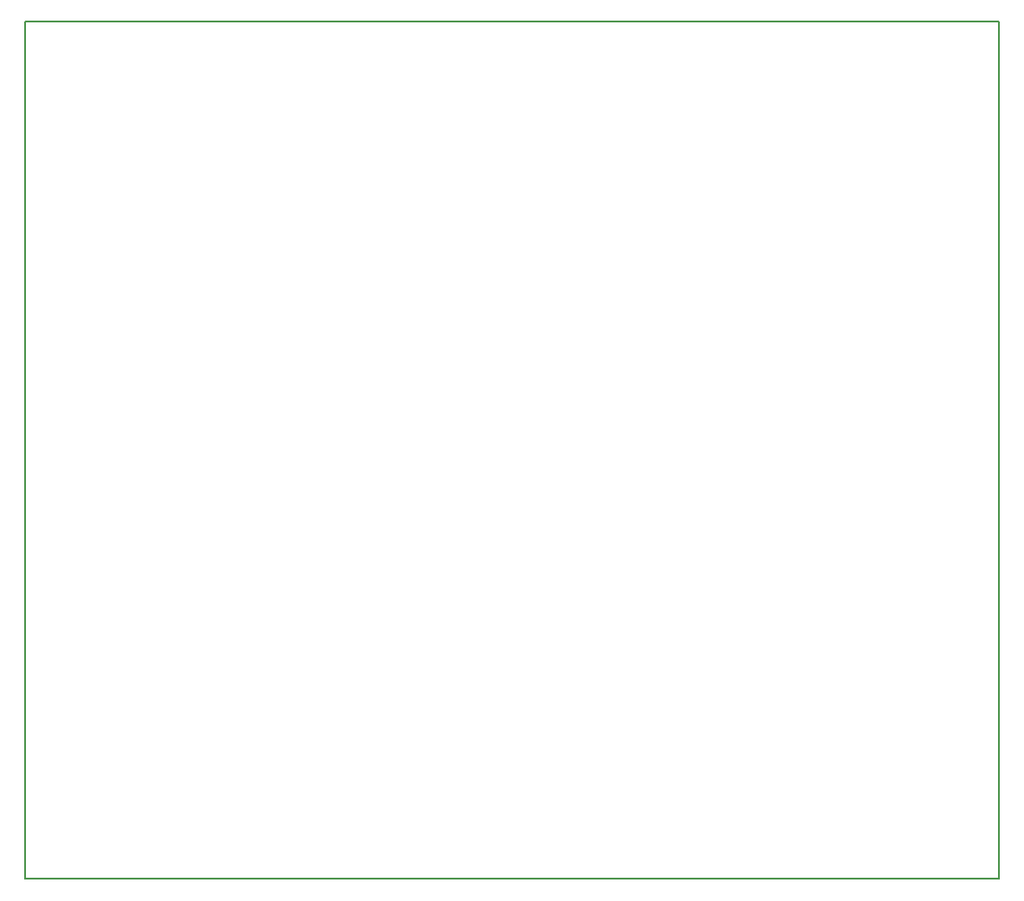
<source format=gbr>
G04 #@! TF.GenerationSoftware,KiCad,Pcbnew,(5.0.1)-4*
G04 #@! TF.CreationDate,2019-10-16T14:09:12+02:00*
G04 #@! TF.ProjectId,Pcb_Sensor_test,5063625F53656E736F725F746573742E,rev?*
G04 #@! TF.SameCoordinates,Original*
G04 #@! TF.FileFunction,Profile,NP*
%FSLAX46Y46*%
G04 Gerber Fmt 4.6, Leading zero omitted, Abs format (unit mm)*
G04 Created by KiCad (PCBNEW (5.0.1)-4) date 16/10/2019 14:09:12*
%MOMM*%
%LPD*%
G01*
G04 APERTURE LIST*
%ADD10C,0.150000*%
G04 APERTURE END LIST*
D10*
X93000000Y-48000000D02*
X185000000Y-48000000D01*
X93000000Y-129000000D02*
X93000000Y-48000000D01*
X185000000Y-129000000D02*
X93000000Y-129000000D01*
X185000000Y-48000000D02*
X185000000Y-129000000D01*
M02*

</source>
